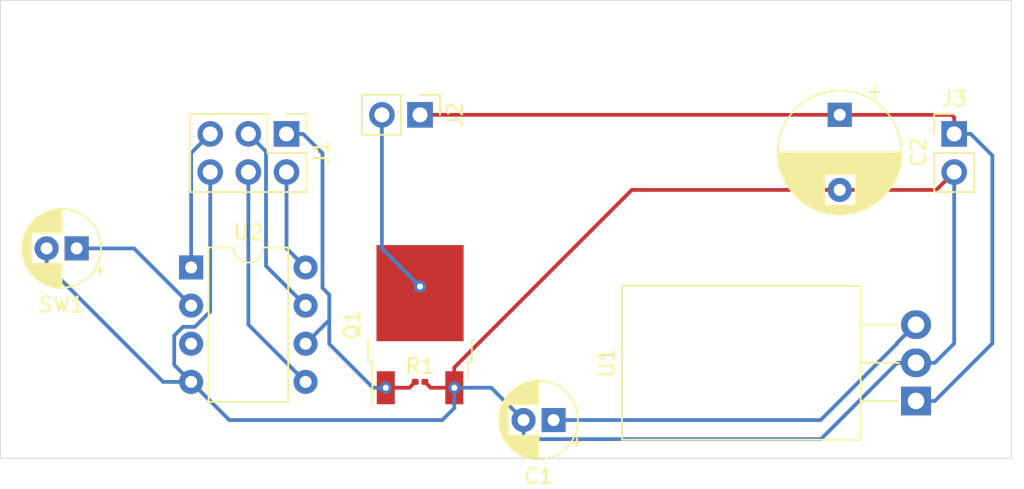
<source format=kicad_pcb>
(kicad_pcb (version 20171130) (host pcbnew 5.1.5+dfsg1-2build2)

  (general
    (thickness 1.6)
    (drawings 4)
    (tracks 77)
    (zones 0)
    (modules 10)
    (nets 10)
  )

  (page A4)
  (layers
    (0 F.Cu signal)
    (31 B.Cu signal)
    (32 B.Adhes user)
    (33 F.Adhes user)
    (34 B.Paste user)
    (35 F.Paste user)
    (36 B.SilkS user)
    (37 F.SilkS user)
    (38 B.Mask user)
    (39 F.Mask user)
    (40 Dwgs.User user)
    (41 Cmts.User user)
    (42 Eco1.User user)
    (43 Eco2.User user)
    (44 Edge.Cuts user)
    (45 Margin user)
    (46 B.CrtYd user)
    (47 F.CrtYd user)
    (48 B.Fab user)
    (49 F.Fab user)
  )

  (setup
    (last_trace_width 0.25)
    (trace_clearance 0.2)
    (zone_clearance 0.508)
    (zone_45_only no)
    (trace_min 0.2)
    (via_size 0.8)
    (via_drill 0.4)
    (via_min_size 0.4)
    (via_min_drill 0.3)
    (uvia_size 0.3)
    (uvia_drill 0.1)
    (uvias_allowed no)
    (uvia_min_size 0.2)
    (uvia_min_drill 0.1)
    (edge_width 0.05)
    (segment_width 0.2)
    (pcb_text_width 0.3)
    (pcb_text_size 1.5 1.5)
    (mod_edge_width 0.12)
    (mod_text_size 1 1)
    (mod_text_width 0.15)
    (pad_size 1.524 1.524)
    (pad_drill 0.762)
    (pad_to_mask_clearance 0.051)
    (solder_mask_min_width 0.25)
    (aux_axis_origin 0 0)
    (visible_elements FFFFFF7F)
    (pcbplotparams
      (layerselection 0x010fc_ffffffff)
      (usegerberextensions false)
      (usegerberattributes false)
      (usegerberadvancedattributes false)
      (creategerberjobfile false)
      (excludeedgelayer true)
      (linewidth 0.100000)
      (plotframeref false)
      (viasonmask false)
      (mode 1)
      (useauxorigin false)
      (hpglpennumber 1)
      (hpglpenspeed 20)
      (hpglpendiameter 15.000000)
      (psnegative false)
      (psa4output false)
      (plotreference true)
      (plotvalue true)
      (plotinvisibletext false)
      (padsonsilk false)
      (subtractmaskfromsilk false)
      (outputformat 1)
      (mirror false)
      (drillshape 1)
      (scaleselection 1)
      (outputdirectory ""))
  )

  (net 0 "")
  (net 1 GND)
  (net 2 /5V)
  (net 3 /RST)
  (net 4 /MOSI)
  (net 5 /SCK)
  (net 6 "Net-(J2-Pad2)")
  (net 7 /24V)
  (net 8 /LED_En)
  (net 9 "Net-(SW1-Pad1)")

  (net_class Default "This is the default net class."
    (clearance 0.2)
    (trace_width 0.25)
    (via_dia 0.8)
    (via_drill 0.4)
    (uvia_dia 0.3)
    (uvia_drill 0.1)
    (add_net /24V)
    (add_net /5V)
    (add_net /LED_En)
    (add_net /MOSI)
    (add_net /RST)
    (add_net /SCK)
    (add_net GND)
    (add_net "Net-(J2-Pad2)")
    (add_net "Net-(SW1-Pad1)")
    (add_net "Net-(U2-Pad3)")
  )

  (module Package_TO_SOT_THT:TO-220-3_Horizontal_TabDown (layer F.Cu) (tedit 5AC8BA0D) (tstamp 5F53219A)
    (at 91.44 62.23 90)
    (descr "TO-220-3, Horizontal, RM 2.54mm, see https://www.vishay.com/docs/66542/to-220-1.pdf")
    (tags "TO-220-3 Horizontal RM 2.54mm")
    (path /5F53DC92)
    (fp_text reference U1 (at 2.54 -20.58 90) (layer F.SilkS)
      (effects (font (size 1 1) (thickness 0.15)))
    )
    (fp_text value L7805 (at 2.54 2 90) (layer F.Fab)
      (effects (font (size 1 1) (thickness 0.15)))
    )
    (fp_text user %R (at 2.54 -20.58 90) (layer F.Fab)
      (effects (font (size 1 1) (thickness 0.15)))
    )
    (fp_line (start 7.79 -19.71) (end -2.71 -19.71) (layer F.CrtYd) (width 0.05))
    (fp_line (start 7.79 1.25) (end 7.79 -19.71) (layer F.CrtYd) (width 0.05))
    (fp_line (start -2.71 1.25) (end 7.79 1.25) (layer F.CrtYd) (width 0.05))
    (fp_line (start -2.71 -19.71) (end -2.71 1.25) (layer F.CrtYd) (width 0.05))
    (fp_line (start 5.08 -3.69) (end 5.08 -1.15) (layer F.SilkS) (width 0.12))
    (fp_line (start 2.54 -3.69) (end 2.54 -1.15) (layer F.SilkS) (width 0.12))
    (fp_line (start 0 -3.69) (end 0 -1.15) (layer F.SilkS) (width 0.12))
    (fp_line (start 7.66 -19.58) (end 7.66 -3.69) (layer F.SilkS) (width 0.12))
    (fp_line (start -2.58 -19.58) (end -2.58 -3.69) (layer F.SilkS) (width 0.12))
    (fp_line (start -2.58 -19.58) (end 7.66 -19.58) (layer F.SilkS) (width 0.12))
    (fp_line (start -2.58 -3.69) (end 7.66 -3.69) (layer F.SilkS) (width 0.12))
    (fp_line (start 5.08 -3.81) (end 5.08 0) (layer F.Fab) (width 0.1))
    (fp_line (start 2.54 -3.81) (end 2.54 0) (layer F.Fab) (width 0.1))
    (fp_line (start 0 -3.81) (end 0 0) (layer F.Fab) (width 0.1))
    (fp_line (start 7.54 -3.81) (end -2.46 -3.81) (layer F.Fab) (width 0.1))
    (fp_line (start 7.54 -13.06) (end 7.54 -3.81) (layer F.Fab) (width 0.1))
    (fp_line (start -2.46 -13.06) (end 7.54 -13.06) (layer F.Fab) (width 0.1))
    (fp_line (start -2.46 -3.81) (end -2.46 -13.06) (layer F.Fab) (width 0.1))
    (fp_line (start 7.54 -13.06) (end -2.46 -13.06) (layer F.Fab) (width 0.1))
    (fp_line (start 7.54 -19.46) (end 7.54 -13.06) (layer F.Fab) (width 0.1))
    (fp_line (start -2.46 -19.46) (end 7.54 -19.46) (layer F.Fab) (width 0.1))
    (fp_line (start -2.46 -13.06) (end -2.46 -19.46) (layer F.Fab) (width 0.1))
    (fp_circle (center 2.54 -16.66) (end 4.39 -16.66) (layer F.Fab) (width 0.1))
    (pad 3 thru_hole oval (at 5.08 0 90) (size 1.905 2) (drill 1.1) (layers *.Cu *.Mask)
      (net 2 /5V))
    (pad 2 thru_hole oval (at 2.54 0 90) (size 1.905 2) (drill 1.1) (layers *.Cu *.Mask)
      (net 1 GND))
    (pad 1 thru_hole rect (at 0 0 90) (size 1.905 2) (drill 1.1) (layers *.Cu *.Mask)
      (net 7 /24V))
    (pad "" np_thru_hole oval (at 2.54 -16.66 90) (size 3.5 3.5) (drill 3.5) (layers *.Cu *.Mask))
    (model ${KISYS3DMOD}/Package_TO_SOT_THT.3dshapes/TO-220-3_Horizontal_TabDown.wrl
      (at (xyz 0 0 0))
      (scale (xyz 1 1 1))
      (rotate (xyz 0 0 0))
    )
  )

  (module Connector_PinHeader_2.54mm:PinHeader_1x02_P2.54mm_Vertical (layer F.Cu) (tedit 59FED5CC) (tstamp 5F534B33)
    (at 93.98 44.45)
    (descr "Through hole straight pin header, 1x02, 2.54mm pitch, single row")
    (tags "Through hole pin header THT 1x02 2.54mm single row")
    (path /5F54FEAF)
    (fp_text reference J3 (at 0 -2.33) (layer F.SilkS)
      (effects (font (size 1 1) (thickness 0.15)))
    )
    (fp_text value Conn_01x02 (at 0 4.87) (layer F.Fab)
      (effects (font (size 1 1) (thickness 0.15)))
    )
    (fp_text user %R (at 0 1.27 90) (layer F.Fab)
      (effects (font (size 1 1) (thickness 0.15)))
    )
    (fp_line (start 1.8 -1.8) (end -1.8 -1.8) (layer F.CrtYd) (width 0.05))
    (fp_line (start 1.8 4.35) (end 1.8 -1.8) (layer F.CrtYd) (width 0.05))
    (fp_line (start -1.8 4.35) (end 1.8 4.35) (layer F.CrtYd) (width 0.05))
    (fp_line (start -1.8 -1.8) (end -1.8 4.35) (layer F.CrtYd) (width 0.05))
    (fp_line (start -1.33 -1.33) (end 0 -1.33) (layer F.SilkS) (width 0.12))
    (fp_line (start -1.33 0) (end -1.33 -1.33) (layer F.SilkS) (width 0.12))
    (fp_line (start -1.33 1.27) (end 1.33 1.27) (layer F.SilkS) (width 0.12))
    (fp_line (start 1.33 1.27) (end 1.33 3.87) (layer F.SilkS) (width 0.12))
    (fp_line (start -1.33 1.27) (end -1.33 3.87) (layer F.SilkS) (width 0.12))
    (fp_line (start -1.33 3.87) (end 1.33 3.87) (layer F.SilkS) (width 0.12))
    (fp_line (start -1.27 -0.635) (end -0.635 -1.27) (layer F.Fab) (width 0.1))
    (fp_line (start -1.27 3.81) (end -1.27 -0.635) (layer F.Fab) (width 0.1))
    (fp_line (start 1.27 3.81) (end -1.27 3.81) (layer F.Fab) (width 0.1))
    (fp_line (start 1.27 -1.27) (end 1.27 3.81) (layer F.Fab) (width 0.1))
    (fp_line (start -0.635 -1.27) (end 1.27 -1.27) (layer F.Fab) (width 0.1))
    (pad 2 thru_hole oval (at 0 2.54) (size 1.7 1.7) (drill 1) (layers *.Cu *.Mask)
      (net 1 GND))
    (pad 1 thru_hole rect (at 0 0) (size 1.7 1.7) (drill 1) (layers *.Cu *.Mask)
      (net 7 /24V))
    (model ${KISYS3DMOD}/Connector_PinHeader_2.54mm.3dshapes/PinHeader_1x02_P2.54mm_Vertical.wrl
      (at (xyz 0 0 0))
      (scale (xyz 1 1 1))
      (rotate (xyz 0 0 0))
    )
  )

  (module Package_TO_SOT_SMD:TO-252-3_TabPin2 (layer F.Cu) (tedit 5F5314A2) (tstamp 5F5320EC)
    (at 58.42 57.15 90)
    (descr "TO-252 / DPAK SMD package, http://www.infineon.com/cms/en/product/packages/PG-TO252/PG-TO252-3-1/")
    (tags "DPAK TO-252 DPAK-3 TO-252-3 SOT-428")
    (path /5F5385C4)
    (attr smd)
    (fp_text reference Q1 (at 0 -4.5 90) (layer F.SilkS)
      (effects (font (size 1 1) (thickness 0.15)))
    )
    (fp_text value Q_NMOS_GDS (at 0 4.5 90) (layer F.Fab)
      (effects (font (size 1 1) (thickness 0.15)))
    )
    (fp_text user %R (at 0 0 90) (layer F.Fab)
      (effects (font (size 1 1) (thickness 0.15)))
    )
    (fp_line (start 5.55 -3.5) (end -5.55 -3.5) (layer F.CrtYd) (width 0.05))
    (fp_line (start 5.55 3.5) (end 5.55 -3.5) (layer F.CrtYd) (width 0.05))
    (fp_line (start -5.55 3.5) (end 5.55 3.5) (layer F.CrtYd) (width 0.05))
    (fp_line (start -5.55 -3.5) (end -5.55 3.5) (layer F.CrtYd) (width 0.05))
    (fp_line (start -2.47 3.18) (end -3.57 3.18) (layer F.SilkS) (width 0.12))
    (fp_line (start -2.47 3.45) (end -2.47 3.18) (layer F.SilkS) (width 0.12))
    (fp_line (start -0.97 3.45) (end -2.47 3.45) (layer F.SilkS) (width 0.12))
    (fp_line (start -2.47 -3.18) (end -5.3 -3.18) (layer F.SilkS) (width 0.12))
    (fp_line (start -2.47 -3.45) (end -2.47 -3.18) (layer F.SilkS) (width 0.12))
    (fp_line (start -0.97 -3.45) (end -2.47 -3.45) (layer F.SilkS) (width 0.12))
    (fp_line (start -4.97 2.655) (end -2.27 2.655) (layer F.Fab) (width 0.1))
    (fp_line (start -4.97 1.905) (end -4.97 2.655) (layer F.Fab) (width 0.1))
    (fp_line (start -2.27 1.905) (end -4.97 1.905) (layer F.Fab) (width 0.1))
    (fp_line (start -4.97 -1.905) (end -2.27 -1.905) (layer F.Fab) (width 0.1))
    (fp_line (start -4.97 -2.655) (end -4.97 -1.905) (layer F.Fab) (width 0.1))
    (fp_line (start -1.865 -2.655) (end -4.97 -2.655) (layer F.Fab) (width 0.1))
    (fp_line (start -1.27 -3.25) (end 3.95 -3.25) (layer F.Fab) (width 0.1))
    (fp_line (start -2.27 -2.25) (end -1.27 -3.25) (layer F.Fab) (width 0.1))
    (fp_line (start -2.27 3.25) (end -2.27 -2.25) (layer F.Fab) (width 0.1))
    (fp_line (start 3.95 3.25) (end -2.27 3.25) (layer F.Fab) (width 0.1))
    (fp_line (start 3.95 -3.25) (end 3.95 3.25) (layer F.Fab) (width 0.1))
    (fp_line (start 4.95 2.7) (end 3.95 2.7) (layer F.Fab) (width 0.1))
    (fp_line (start 4.95 -2.7) (end 4.95 2.7) (layer F.Fab) (width 0.1))
    (fp_line (start 3.95 -2.7) (end 4.95 -2.7) (layer F.Fab) (width 0.1))
    (pad "" smd rect (at 0.425 1.525 90) (size 3.05 2.75) (layers F.Paste))
    (pad "" smd rect (at 3.775 -1.525 90) (size 3.05 2.75) (layers F.Paste))
    (pad "" smd rect (at 0.425 -1.525 90) (size 3.05 2.75) (layers F.Paste))
    (pad "" smd rect (at 3.775 1.525 90) (size 3.05 2.75) (layers F.Paste))
    (pad 2 smd rect (at 2.1 0 90) (size 6.4 5.8) (layers F.Cu F.Mask)
      (net 6 "Net-(J2-Pad2)"))
    (pad 3 smd rect (at -4.2 2.28 90) (size 2.2 1.2) (layers F.Cu F.Paste F.Mask)
      (net 1 GND))
    (pad 1 smd rect (at -4.2 -2.28 90) (size 2.2 1.2) (layers F.Cu F.Paste F.Mask)
      (net 8 /LED_En))
    (model ${KISYS3DMOD}/Package_TO_SOT_SMD.3dshapes/TO-252-3_TabPin2.wrl
      (at (xyz 0 0 0))
      (scale (xyz 1 1 1))
      (rotate (xyz 0 0 0))
    )
  )

  (module Capacitor_THT:CP_Radial_D8.0mm_P5.00mm (layer F.Cu) (tedit 5AE50EF0) (tstamp 5F535686)
    (at 86.36 43.18 270)
    (descr "CP, Radial series, Radial, pin pitch=5.00mm, , diameter=8mm, Electrolytic Capacitor")
    (tags "CP Radial series Radial pin pitch 5.00mm  diameter 8mm Electrolytic Capacitor")
    (path /5F552E94)
    (fp_text reference C2 (at 2.5 -5.25 90) (layer F.SilkS)
      (effects (font (size 1 1) (thickness 0.15)))
    )
    (fp_text value C_Small (at 2.5 5.25 90) (layer F.Fab)
      (effects (font (size 1 1) (thickness 0.15)))
    )
    (fp_text user %R (at 2.5 0 90) (layer F.Fab)
      (effects (font (size 1 1) (thickness 0.15)))
    )
    (fp_line (start -1.509698 -2.715) (end -1.509698 -1.915) (layer F.SilkS) (width 0.12))
    (fp_line (start -1.909698 -2.315) (end -1.109698 -2.315) (layer F.SilkS) (width 0.12))
    (fp_line (start 6.581 -0.533) (end 6.581 0.533) (layer F.SilkS) (width 0.12))
    (fp_line (start 6.541 -0.768) (end 6.541 0.768) (layer F.SilkS) (width 0.12))
    (fp_line (start 6.501 -0.948) (end 6.501 0.948) (layer F.SilkS) (width 0.12))
    (fp_line (start 6.461 -1.098) (end 6.461 1.098) (layer F.SilkS) (width 0.12))
    (fp_line (start 6.421 -1.229) (end 6.421 1.229) (layer F.SilkS) (width 0.12))
    (fp_line (start 6.381 -1.346) (end 6.381 1.346) (layer F.SilkS) (width 0.12))
    (fp_line (start 6.341 -1.453) (end 6.341 1.453) (layer F.SilkS) (width 0.12))
    (fp_line (start 6.301 -1.552) (end 6.301 1.552) (layer F.SilkS) (width 0.12))
    (fp_line (start 6.261 -1.645) (end 6.261 1.645) (layer F.SilkS) (width 0.12))
    (fp_line (start 6.221 -1.731) (end 6.221 1.731) (layer F.SilkS) (width 0.12))
    (fp_line (start 6.181 -1.813) (end 6.181 1.813) (layer F.SilkS) (width 0.12))
    (fp_line (start 6.141 -1.89) (end 6.141 1.89) (layer F.SilkS) (width 0.12))
    (fp_line (start 6.101 -1.964) (end 6.101 1.964) (layer F.SilkS) (width 0.12))
    (fp_line (start 6.061 -2.034) (end 6.061 2.034) (layer F.SilkS) (width 0.12))
    (fp_line (start 6.021 1.04) (end 6.021 2.102) (layer F.SilkS) (width 0.12))
    (fp_line (start 6.021 -2.102) (end 6.021 -1.04) (layer F.SilkS) (width 0.12))
    (fp_line (start 5.981 1.04) (end 5.981 2.166) (layer F.SilkS) (width 0.12))
    (fp_line (start 5.981 -2.166) (end 5.981 -1.04) (layer F.SilkS) (width 0.12))
    (fp_line (start 5.941 1.04) (end 5.941 2.228) (layer F.SilkS) (width 0.12))
    (fp_line (start 5.941 -2.228) (end 5.941 -1.04) (layer F.SilkS) (width 0.12))
    (fp_line (start 5.901 1.04) (end 5.901 2.287) (layer F.SilkS) (width 0.12))
    (fp_line (start 5.901 -2.287) (end 5.901 -1.04) (layer F.SilkS) (width 0.12))
    (fp_line (start 5.861 1.04) (end 5.861 2.345) (layer F.SilkS) (width 0.12))
    (fp_line (start 5.861 -2.345) (end 5.861 -1.04) (layer F.SilkS) (width 0.12))
    (fp_line (start 5.821 1.04) (end 5.821 2.4) (layer F.SilkS) (width 0.12))
    (fp_line (start 5.821 -2.4) (end 5.821 -1.04) (layer F.SilkS) (width 0.12))
    (fp_line (start 5.781 1.04) (end 5.781 2.454) (layer F.SilkS) (width 0.12))
    (fp_line (start 5.781 -2.454) (end 5.781 -1.04) (layer F.SilkS) (width 0.12))
    (fp_line (start 5.741 1.04) (end 5.741 2.505) (layer F.SilkS) (width 0.12))
    (fp_line (start 5.741 -2.505) (end 5.741 -1.04) (layer F.SilkS) (width 0.12))
    (fp_line (start 5.701 1.04) (end 5.701 2.556) (layer F.SilkS) (width 0.12))
    (fp_line (start 5.701 -2.556) (end 5.701 -1.04) (layer F.SilkS) (width 0.12))
    (fp_line (start 5.661 1.04) (end 5.661 2.604) (layer F.SilkS) (width 0.12))
    (fp_line (start 5.661 -2.604) (end 5.661 -1.04) (layer F.SilkS) (width 0.12))
    (fp_line (start 5.621 1.04) (end 5.621 2.651) (layer F.SilkS) (width 0.12))
    (fp_line (start 5.621 -2.651) (end 5.621 -1.04) (layer F.SilkS) (width 0.12))
    (fp_line (start 5.581 1.04) (end 5.581 2.697) (layer F.SilkS) (width 0.12))
    (fp_line (start 5.581 -2.697) (end 5.581 -1.04) (layer F.SilkS) (width 0.12))
    (fp_line (start 5.541 1.04) (end 5.541 2.741) (layer F.SilkS) (width 0.12))
    (fp_line (start 5.541 -2.741) (end 5.541 -1.04) (layer F.SilkS) (width 0.12))
    (fp_line (start 5.501 1.04) (end 5.501 2.784) (layer F.SilkS) (width 0.12))
    (fp_line (start 5.501 -2.784) (end 5.501 -1.04) (layer F.SilkS) (width 0.12))
    (fp_line (start 5.461 1.04) (end 5.461 2.826) (layer F.SilkS) (width 0.12))
    (fp_line (start 5.461 -2.826) (end 5.461 -1.04) (layer F.SilkS) (width 0.12))
    (fp_line (start 5.421 1.04) (end 5.421 2.867) (layer F.SilkS) (width 0.12))
    (fp_line (start 5.421 -2.867) (end 5.421 -1.04) (layer F.SilkS) (width 0.12))
    (fp_line (start 5.381 1.04) (end 5.381 2.907) (layer F.SilkS) (width 0.12))
    (fp_line (start 5.381 -2.907) (end 5.381 -1.04) (layer F.SilkS) (width 0.12))
    (fp_line (start 5.341 1.04) (end 5.341 2.945) (layer F.SilkS) (width 0.12))
    (fp_line (start 5.341 -2.945) (end 5.341 -1.04) (layer F.SilkS) (width 0.12))
    (fp_line (start 5.301 1.04) (end 5.301 2.983) (layer F.SilkS) (width 0.12))
    (fp_line (start 5.301 -2.983) (end 5.301 -1.04) (layer F.SilkS) (width 0.12))
    (fp_line (start 5.261 1.04) (end 5.261 3.019) (layer F.SilkS) (width 0.12))
    (fp_line (start 5.261 -3.019) (end 5.261 -1.04) (layer F.SilkS) (width 0.12))
    (fp_line (start 5.221 1.04) (end 5.221 3.055) (layer F.SilkS) (width 0.12))
    (fp_line (start 5.221 -3.055) (end 5.221 -1.04) (layer F.SilkS) (width 0.12))
    (fp_line (start 5.181 1.04) (end 5.181 3.09) (layer F.SilkS) (width 0.12))
    (fp_line (start 5.181 -3.09) (end 5.181 -1.04) (layer F.SilkS) (width 0.12))
    (fp_line (start 5.141 1.04) (end 5.141 3.124) (layer F.SilkS) (width 0.12))
    (fp_line (start 5.141 -3.124) (end 5.141 -1.04) (layer F.SilkS) (width 0.12))
    (fp_line (start 5.101 1.04) (end 5.101 3.156) (layer F.SilkS) (width 0.12))
    (fp_line (start 5.101 -3.156) (end 5.101 -1.04) (layer F.SilkS) (width 0.12))
    (fp_line (start 5.061 1.04) (end 5.061 3.189) (layer F.SilkS) (width 0.12))
    (fp_line (start 5.061 -3.189) (end 5.061 -1.04) (layer F.SilkS) (width 0.12))
    (fp_line (start 5.021 1.04) (end 5.021 3.22) (layer F.SilkS) (width 0.12))
    (fp_line (start 5.021 -3.22) (end 5.021 -1.04) (layer F.SilkS) (width 0.12))
    (fp_line (start 4.981 1.04) (end 4.981 3.25) (layer F.SilkS) (width 0.12))
    (fp_line (start 4.981 -3.25) (end 4.981 -1.04) (layer F.SilkS) (width 0.12))
    (fp_line (start 4.941 1.04) (end 4.941 3.28) (layer F.SilkS) (width 0.12))
    (fp_line (start 4.941 -3.28) (end 4.941 -1.04) (layer F.SilkS) (width 0.12))
    (fp_line (start 4.901 1.04) (end 4.901 3.309) (layer F.SilkS) (width 0.12))
    (fp_line (start 4.901 -3.309) (end 4.901 -1.04) (layer F.SilkS) (width 0.12))
    (fp_line (start 4.861 1.04) (end 4.861 3.338) (layer F.SilkS) (width 0.12))
    (fp_line (start 4.861 -3.338) (end 4.861 -1.04) (layer F.SilkS) (width 0.12))
    (fp_line (start 4.821 1.04) (end 4.821 3.365) (layer F.SilkS) (width 0.12))
    (fp_line (start 4.821 -3.365) (end 4.821 -1.04) (layer F.SilkS) (width 0.12))
    (fp_line (start 4.781 1.04) (end 4.781 3.392) (layer F.SilkS) (width 0.12))
    (fp_line (start 4.781 -3.392) (end 4.781 -1.04) (layer F.SilkS) (width 0.12))
    (fp_line (start 4.741 1.04) (end 4.741 3.418) (layer F.SilkS) (width 0.12))
    (fp_line (start 4.741 -3.418) (end 4.741 -1.04) (layer F.SilkS) (width 0.12))
    (fp_line (start 4.701 1.04) (end 4.701 3.444) (layer F.SilkS) (width 0.12))
    (fp_line (start 4.701 -3.444) (end 4.701 -1.04) (layer F.SilkS) (width 0.12))
    (fp_line (start 4.661 1.04) (end 4.661 3.469) (layer F.SilkS) (width 0.12))
    (fp_line (start 4.661 -3.469) (end 4.661 -1.04) (layer F.SilkS) (width 0.12))
    (fp_line (start 4.621 1.04) (end 4.621 3.493) (layer F.SilkS) (width 0.12))
    (fp_line (start 4.621 -3.493) (end 4.621 -1.04) (layer F.SilkS) (width 0.12))
    (fp_line (start 4.581 1.04) (end 4.581 3.517) (layer F.SilkS) (width 0.12))
    (fp_line (start 4.581 -3.517) (end 4.581 -1.04) (layer F.SilkS) (width 0.12))
    (fp_line (start 4.541 1.04) (end 4.541 3.54) (layer F.SilkS) (width 0.12))
    (fp_line (start 4.541 -3.54) (end 4.541 -1.04) (layer F.SilkS) (width 0.12))
    (fp_line (start 4.501 1.04) (end 4.501 3.562) (layer F.SilkS) (width 0.12))
    (fp_line (start 4.501 -3.562) (end 4.501 -1.04) (layer F.SilkS) (width 0.12))
    (fp_line (start 4.461 1.04) (end 4.461 3.584) (layer F.SilkS) (width 0.12))
    (fp_line (start 4.461 -3.584) (end 4.461 -1.04) (layer F.SilkS) (width 0.12))
    (fp_line (start 4.421 1.04) (end 4.421 3.606) (layer F.SilkS) (width 0.12))
    (fp_line (start 4.421 -3.606) (end 4.421 -1.04) (layer F.SilkS) (width 0.12))
    (fp_line (start 4.381 1.04) (end 4.381 3.627) (layer F.SilkS) (width 0.12))
    (fp_line (start 4.381 -3.627) (end 4.381 -1.04) (layer F.SilkS) (width 0.12))
    (fp_line (start 4.341 1.04) (end 4.341 3.647) (layer F.SilkS) (width 0.12))
    (fp_line (start 4.341 -3.647) (end 4.341 -1.04) (layer F.SilkS) (width 0.12))
    (fp_line (start 4.301 1.04) (end 4.301 3.666) (layer F.SilkS) (width 0.12))
    (fp_line (start 4.301 -3.666) (end 4.301 -1.04) (layer F.SilkS) (width 0.12))
    (fp_line (start 4.261 1.04) (end 4.261 3.686) (layer F.SilkS) (width 0.12))
    (fp_line (start 4.261 -3.686) (end 4.261 -1.04) (layer F.SilkS) (width 0.12))
    (fp_line (start 4.221 1.04) (end 4.221 3.704) (layer F.SilkS) (width 0.12))
    (fp_line (start 4.221 -3.704) (end 4.221 -1.04) (layer F.SilkS) (width 0.12))
    (fp_line (start 4.181 1.04) (end 4.181 3.722) (layer F.SilkS) (width 0.12))
    (fp_line (start 4.181 -3.722) (end 4.181 -1.04) (layer F.SilkS) (width 0.12))
    (fp_line (start 4.141 1.04) (end 4.141 3.74) (layer F.SilkS) (width 0.12))
    (fp_line (start 4.141 -3.74) (end 4.141 -1.04) (layer F.SilkS) (width 0.12))
    (fp_line (start 4.101 1.04) (end 4.101 3.757) (layer F.SilkS) (width 0.12))
    (fp_line (start 4.101 -3.757) (end 4.101 -1.04) (layer F.SilkS) (width 0.12))
    (fp_line (start 4.061 1.04) (end 4.061 3.774) (layer F.SilkS) (width 0.12))
    (fp_line (start 4.061 -3.774) (end 4.061 -1.04) (layer F.SilkS) (width 0.12))
    (fp_line (start 4.021 1.04) (end 4.021 3.79) (layer F.SilkS) (width 0.12))
    (fp_line (start 4.021 -3.79) (end 4.021 -1.04) (layer F.SilkS) (width 0.12))
    (fp_line (start 3.981 1.04) (end 3.981 3.805) (layer F.SilkS) (width 0.12))
    (fp_line (start 3.981 -3.805) (end 3.981 -1.04) (layer F.SilkS) (width 0.12))
    (fp_line (start 3.941 -3.821) (end 3.941 3.821) (layer F.SilkS) (width 0.12))
    (fp_line (start 3.901 -3.835) (end 3.901 3.835) (layer F.SilkS) (width 0.12))
    (fp_line (start 3.861 -3.85) (end 3.861 3.85) (layer F.SilkS) (width 0.12))
    (fp_line (start 3.821 -3.863) (end 3.821 3.863) (layer F.SilkS) (width 0.12))
    (fp_line (start 3.781 -3.877) (end 3.781 3.877) (layer F.SilkS) (width 0.12))
    (fp_line (start 3.741 -3.889) (end 3.741 3.889) (layer F.SilkS) (width 0.12))
    (fp_line (start 3.701 -3.902) (end 3.701 3.902) (layer F.SilkS) (width 0.12))
    (fp_line (start 3.661 -3.914) (end 3.661 3.914) (layer F.SilkS) (width 0.12))
    (fp_line (start 3.621 -3.925) (end 3.621 3.925) (layer F.SilkS) (width 0.12))
    (fp_line (start 3.581 -3.936) (end 3.581 3.936) (layer F.SilkS) (width 0.12))
    (fp_line (start 3.541 -3.947) (end 3.541 3.947) (layer F.SilkS) (width 0.12))
    (fp_line (start 3.501 -3.957) (end 3.501 3.957) (layer F.SilkS) (width 0.12))
    (fp_line (start 3.461 -3.967) (end 3.461 3.967) (layer F.SilkS) (width 0.12))
    (fp_line (start 3.421 -3.976) (end 3.421 3.976) (layer F.SilkS) (width 0.12))
    (fp_line (start 3.381 -3.985) (end 3.381 3.985) (layer F.SilkS) (width 0.12))
    (fp_line (start 3.341 -3.994) (end 3.341 3.994) (layer F.SilkS) (width 0.12))
    (fp_line (start 3.301 -4.002) (end 3.301 4.002) (layer F.SilkS) (width 0.12))
    (fp_line (start 3.261 -4.01) (end 3.261 4.01) (layer F.SilkS) (width 0.12))
    (fp_line (start 3.221 -4.017) (end 3.221 4.017) (layer F.SilkS) (width 0.12))
    (fp_line (start 3.18 -4.024) (end 3.18 4.024) (layer F.SilkS) (width 0.12))
    (fp_line (start 3.14 -4.03) (end 3.14 4.03) (layer F.SilkS) (width 0.12))
    (fp_line (start 3.1 -4.037) (end 3.1 4.037) (layer F.SilkS) (width 0.12))
    (fp_line (start 3.06 -4.042) (end 3.06 4.042) (layer F.SilkS) (width 0.12))
    (fp_line (start 3.02 -4.048) (end 3.02 4.048) (layer F.SilkS) (width 0.12))
    (fp_line (start 2.98 -4.052) (end 2.98 4.052) (layer F.SilkS) (width 0.12))
    (fp_line (start 2.94 -4.057) (end 2.94 4.057) (layer F.SilkS) (width 0.12))
    (fp_line (start 2.9 -4.061) (end 2.9 4.061) (layer F.SilkS) (width 0.12))
    (fp_line (start 2.86 -4.065) (end 2.86 4.065) (layer F.SilkS) (width 0.12))
    (fp_line (start 2.82 -4.068) (end 2.82 4.068) (layer F.SilkS) (width 0.12))
    (fp_line (start 2.78 -4.071) (end 2.78 4.071) (layer F.SilkS) (width 0.12))
    (fp_line (start 2.74 -4.074) (end 2.74 4.074) (layer F.SilkS) (width 0.12))
    (fp_line (start 2.7 -4.076) (end 2.7 4.076) (layer F.SilkS) (width 0.12))
    (fp_line (start 2.66 -4.077) (end 2.66 4.077) (layer F.SilkS) (width 0.12))
    (fp_line (start 2.62 -4.079) (end 2.62 4.079) (layer F.SilkS) (width 0.12))
    (fp_line (start 2.58 -4.08) (end 2.58 4.08) (layer F.SilkS) (width 0.12))
    (fp_line (start 2.54 -4.08) (end 2.54 4.08) (layer F.SilkS) (width 0.12))
    (fp_line (start 2.5 -4.08) (end 2.5 4.08) (layer F.SilkS) (width 0.12))
    (fp_line (start -0.526759 -2.1475) (end -0.526759 -1.3475) (layer F.Fab) (width 0.1))
    (fp_line (start -0.926759 -1.7475) (end -0.126759 -1.7475) (layer F.Fab) (width 0.1))
    (fp_circle (center 2.5 0) (end 6.75 0) (layer F.CrtYd) (width 0.05))
    (fp_circle (center 2.5 0) (end 6.62 0) (layer F.SilkS) (width 0.12))
    (fp_circle (center 2.5 0) (end 6.5 0) (layer F.Fab) (width 0.1))
    (pad 2 thru_hole circle (at 5 0 270) (size 1.6 1.6) (drill 0.8) (layers *.Cu *.Mask)
      (net 1 GND))
    (pad 1 thru_hole rect (at 0 0 270) (size 1.6 1.6) (drill 0.8) (layers *.Cu *.Mask)
      (net 7 /24V))
    (model ${KISYS3DMOD}/Capacitor_THT.3dshapes/CP_Radial_D8.0mm_P5.00mm.wrl
      (at (xyz 0 0 0))
      (scale (xyz 1 1 1))
      (rotate (xyz 0 0 0))
    )
  )

  (module Package_DIP:DIP-8_W7.62mm (layer F.Cu) (tedit 5A02E8C5) (tstamp 5F5321B6)
    (at 43.18 53.34)
    (descr "8-lead though-hole mounted DIP package, row spacing 7.62 mm (300 mils)")
    (tags "THT DIP DIL PDIP 2.54mm 7.62mm 300mil")
    (path /5F530BE5)
    (fp_text reference U2 (at 3.81 -2.33) (layer F.SilkS)
      (effects (font (size 1 1) (thickness 0.15)))
    )
    (fp_text value ATtiny85-20PU (at 3.81 9.95) (layer F.Fab)
      (effects (font (size 1 1) (thickness 0.15)))
    )
    (fp_text user %R (at 3.81 3.81) (layer F.Fab)
      (effects (font (size 1 1) (thickness 0.15)))
    )
    (fp_line (start 8.7 -1.55) (end -1.1 -1.55) (layer F.CrtYd) (width 0.05))
    (fp_line (start 8.7 9.15) (end 8.7 -1.55) (layer F.CrtYd) (width 0.05))
    (fp_line (start -1.1 9.15) (end 8.7 9.15) (layer F.CrtYd) (width 0.05))
    (fp_line (start -1.1 -1.55) (end -1.1 9.15) (layer F.CrtYd) (width 0.05))
    (fp_line (start 6.46 -1.33) (end 4.81 -1.33) (layer F.SilkS) (width 0.12))
    (fp_line (start 6.46 8.95) (end 6.46 -1.33) (layer F.SilkS) (width 0.12))
    (fp_line (start 1.16 8.95) (end 6.46 8.95) (layer F.SilkS) (width 0.12))
    (fp_line (start 1.16 -1.33) (end 1.16 8.95) (layer F.SilkS) (width 0.12))
    (fp_line (start 2.81 -1.33) (end 1.16 -1.33) (layer F.SilkS) (width 0.12))
    (fp_line (start 0.635 -0.27) (end 1.635 -1.27) (layer F.Fab) (width 0.1))
    (fp_line (start 0.635 8.89) (end 0.635 -0.27) (layer F.Fab) (width 0.1))
    (fp_line (start 6.985 8.89) (end 0.635 8.89) (layer F.Fab) (width 0.1))
    (fp_line (start 6.985 -1.27) (end 6.985 8.89) (layer F.Fab) (width 0.1))
    (fp_line (start 1.635 -1.27) (end 6.985 -1.27) (layer F.Fab) (width 0.1))
    (fp_arc (start 3.81 -1.33) (end 2.81 -1.33) (angle -180) (layer F.SilkS) (width 0.12))
    (pad 8 thru_hole oval (at 7.62 0) (size 1.6 1.6) (drill 0.8) (layers *.Cu *.Mask)
      (net 2 /5V))
    (pad 4 thru_hole oval (at 0 7.62) (size 1.6 1.6) (drill 0.8) (layers *.Cu *.Mask)
      (net 1 GND))
    (pad 7 thru_hole oval (at 7.62 2.54) (size 1.6 1.6) (drill 0.8) (layers *.Cu *.Mask)
      (net 5 /SCK))
    (pad 3 thru_hole oval (at 0 5.08) (size 1.6 1.6) (drill 0.8) (layers *.Cu *.Mask))
    (pad 6 thru_hole oval (at 7.62 5.08) (size 1.6 1.6) (drill 0.8) (layers *.Cu *.Mask)
      (net 8 /LED_En))
    (pad 2 thru_hole oval (at 0 2.54) (size 1.6 1.6) (drill 0.8) (layers *.Cu *.Mask)
      (net 9 "Net-(SW1-Pad1)"))
    (pad 5 thru_hole oval (at 7.62 7.62) (size 1.6 1.6) (drill 0.8) (layers *.Cu *.Mask)
      (net 4 /MOSI))
    (pad 1 thru_hole rect (at 0 0) (size 1.6 1.6) (drill 0.8) (layers *.Cu *.Mask)
      (net 3 /RST))
    (model ${KISYS3DMOD}/Package_DIP.3dshapes/DIP-8_W7.62mm.wrl
      (at (xyz 0 0 0))
      (scale (xyz 1 1 1))
      (rotate (xyz 0 0 0))
    )
  )

  (module Capacitor_THT:CP_Radial_D5.0mm_P2.00mm (layer F.Cu) (tedit 5AE50EF0) (tstamp 5F532180)
    (at 35.56 52.07 180)
    (descr "CP, Radial series, Radial, pin pitch=2.00mm, , diameter=5mm, Electrolytic Capacitor")
    (tags "CP Radial series Radial pin pitch 2.00mm  diameter 5mm Electrolytic Capacitor")
    (path /5F536C65)
    (fp_text reference SW1 (at 1 -3.75) (layer F.SilkS)
      (effects (font (size 1 1) (thickness 0.15)))
    )
    (fp_text value SW_Push (at 1 3.75) (layer F.Fab)
      (effects (font (size 1 1) (thickness 0.15)))
    )
    (fp_text user %R (at 1 0) (layer F.Fab)
      (effects (font (size 1 1) (thickness 0.15)))
    )
    (fp_line (start -1.554775 -1.725) (end -1.554775 -1.225) (layer F.SilkS) (width 0.12))
    (fp_line (start -1.804775 -1.475) (end -1.304775 -1.475) (layer F.SilkS) (width 0.12))
    (fp_line (start 3.601 -0.284) (end 3.601 0.284) (layer F.SilkS) (width 0.12))
    (fp_line (start 3.561 -0.518) (end 3.561 0.518) (layer F.SilkS) (width 0.12))
    (fp_line (start 3.521 -0.677) (end 3.521 0.677) (layer F.SilkS) (width 0.12))
    (fp_line (start 3.481 -0.805) (end 3.481 0.805) (layer F.SilkS) (width 0.12))
    (fp_line (start 3.441 -0.915) (end 3.441 0.915) (layer F.SilkS) (width 0.12))
    (fp_line (start 3.401 -1.011) (end 3.401 1.011) (layer F.SilkS) (width 0.12))
    (fp_line (start 3.361 -1.098) (end 3.361 1.098) (layer F.SilkS) (width 0.12))
    (fp_line (start 3.321 -1.178) (end 3.321 1.178) (layer F.SilkS) (width 0.12))
    (fp_line (start 3.281 -1.251) (end 3.281 1.251) (layer F.SilkS) (width 0.12))
    (fp_line (start 3.241 -1.319) (end 3.241 1.319) (layer F.SilkS) (width 0.12))
    (fp_line (start 3.201 -1.383) (end 3.201 1.383) (layer F.SilkS) (width 0.12))
    (fp_line (start 3.161 -1.443) (end 3.161 1.443) (layer F.SilkS) (width 0.12))
    (fp_line (start 3.121 -1.5) (end 3.121 1.5) (layer F.SilkS) (width 0.12))
    (fp_line (start 3.081 -1.554) (end 3.081 1.554) (layer F.SilkS) (width 0.12))
    (fp_line (start 3.041 -1.605) (end 3.041 1.605) (layer F.SilkS) (width 0.12))
    (fp_line (start 3.001 1.04) (end 3.001 1.653) (layer F.SilkS) (width 0.12))
    (fp_line (start 3.001 -1.653) (end 3.001 -1.04) (layer F.SilkS) (width 0.12))
    (fp_line (start 2.961 1.04) (end 2.961 1.699) (layer F.SilkS) (width 0.12))
    (fp_line (start 2.961 -1.699) (end 2.961 -1.04) (layer F.SilkS) (width 0.12))
    (fp_line (start 2.921 1.04) (end 2.921 1.743) (layer F.SilkS) (width 0.12))
    (fp_line (start 2.921 -1.743) (end 2.921 -1.04) (layer F.SilkS) (width 0.12))
    (fp_line (start 2.881 1.04) (end 2.881 1.785) (layer F.SilkS) (width 0.12))
    (fp_line (start 2.881 -1.785) (end 2.881 -1.04) (layer F.SilkS) (width 0.12))
    (fp_line (start 2.841 1.04) (end 2.841 1.826) (layer F.SilkS) (width 0.12))
    (fp_line (start 2.841 -1.826) (end 2.841 -1.04) (layer F.SilkS) (width 0.12))
    (fp_line (start 2.801 1.04) (end 2.801 1.864) (layer F.SilkS) (width 0.12))
    (fp_line (start 2.801 -1.864) (end 2.801 -1.04) (layer F.SilkS) (width 0.12))
    (fp_line (start 2.761 1.04) (end 2.761 1.901) (layer F.SilkS) (width 0.12))
    (fp_line (start 2.761 -1.901) (end 2.761 -1.04) (layer F.SilkS) (width 0.12))
    (fp_line (start 2.721 1.04) (end 2.721 1.937) (layer F.SilkS) (width 0.12))
    (fp_line (start 2.721 -1.937) (end 2.721 -1.04) (layer F.SilkS) (width 0.12))
    (fp_line (start 2.681 1.04) (end 2.681 1.971) (layer F.SilkS) (width 0.12))
    (fp_line (start 2.681 -1.971) (end 2.681 -1.04) (layer F.SilkS) (width 0.12))
    (fp_line (start 2.641 1.04) (end 2.641 2.004) (layer F.SilkS) (width 0.12))
    (fp_line (start 2.641 -2.004) (end 2.641 -1.04) (layer F.SilkS) (width 0.12))
    (fp_line (start 2.601 1.04) (end 2.601 2.035) (layer F.SilkS) (width 0.12))
    (fp_line (start 2.601 -2.035) (end 2.601 -1.04) (layer F.SilkS) (width 0.12))
    (fp_line (start 2.561 1.04) (end 2.561 2.065) (layer F.SilkS) (width 0.12))
    (fp_line (start 2.561 -2.065) (end 2.561 -1.04) (layer F.SilkS) (width 0.12))
    (fp_line (start 2.521 1.04) (end 2.521 2.095) (layer F.SilkS) (width 0.12))
    (fp_line (start 2.521 -2.095) (end 2.521 -1.04) (layer F.SilkS) (width 0.12))
    (fp_line (start 2.481 1.04) (end 2.481 2.122) (layer F.SilkS) (width 0.12))
    (fp_line (start 2.481 -2.122) (end 2.481 -1.04) (layer F.SilkS) (width 0.12))
    (fp_line (start 2.441 1.04) (end 2.441 2.149) (layer F.SilkS) (width 0.12))
    (fp_line (start 2.441 -2.149) (end 2.441 -1.04) (layer F.SilkS) (width 0.12))
    (fp_line (start 2.401 1.04) (end 2.401 2.175) (layer F.SilkS) (width 0.12))
    (fp_line (start 2.401 -2.175) (end 2.401 -1.04) (layer F.SilkS) (width 0.12))
    (fp_line (start 2.361 1.04) (end 2.361 2.2) (layer F.SilkS) (width 0.12))
    (fp_line (start 2.361 -2.2) (end 2.361 -1.04) (layer F.SilkS) (width 0.12))
    (fp_line (start 2.321 1.04) (end 2.321 2.224) (layer F.SilkS) (width 0.12))
    (fp_line (start 2.321 -2.224) (end 2.321 -1.04) (layer F.SilkS) (width 0.12))
    (fp_line (start 2.281 1.04) (end 2.281 2.247) (layer F.SilkS) (width 0.12))
    (fp_line (start 2.281 -2.247) (end 2.281 -1.04) (layer F.SilkS) (width 0.12))
    (fp_line (start 2.241 1.04) (end 2.241 2.268) (layer F.SilkS) (width 0.12))
    (fp_line (start 2.241 -2.268) (end 2.241 -1.04) (layer F.SilkS) (width 0.12))
    (fp_line (start 2.201 1.04) (end 2.201 2.29) (layer F.SilkS) (width 0.12))
    (fp_line (start 2.201 -2.29) (end 2.201 -1.04) (layer F.SilkS) (width 0.12))
    (fp_line (start 2.161 1.04) (end 2.161 2.31) (layer F.SilkS) (width 0.12))
    (fp_line (start 2.161 -2.31) (end 2.161 -1.04) (layer F.SilkS) (width 0.12))
    (fp_line (start 2.121 1.04) (end 2.121 2.329) (layer F.SilkS) (width 0.12))
    (fp_line (start 2.121 -2.329) (end 2.121 -1.04) (layer F.SilkS) (width 0.12))
    (fp_line (start 2.081 1.04) (end 2.081 2.348) (layer F.SilkS) (width 0.12))
    (fp_line (start 2.081 -2.348) (end 2.081 -1.04) (layer F.SilkS) (width 0.12))
    (fp_line (start 2.041 1.04) (end 2.041 2.365) (layer F.SilkS) (width 0.12))
    (fp_line (start 2.041 -2.365) (end 2.041 -1.04) (layer F.SilkS) (width 0.12))
    (fp_line (start 2.001 1.04) (end 2.001 2.382) (layer F.SilkS) (width 0.12))
    (fp_line (start 2.001 -2.382) (end 2.001 -1.04) (layer F.SilkS) (width 0.12))
    (fp_line (start 1.961 1.04) (end 1.961 2.398) (layer F.SilkS) (width 0.12))
    (fp_line (start 1.961 -2.398) (end 1.961 -1.04) (layer F.SilkS) (width 0.12))
    (fp_line (start 1.921 1.04) (end 1.921 2.414) (layer F.SilkS) (width 0.12))
    (fp_line (start 1.921 -2.414) (end 1.921 -1.04) (layer F.SilkS) (width 0.12))
    (fp_line (start 1.881 1.04) (end 1.881 2.428) (layer F.SilkS) (width 0.12))
    (fp_line (start 1.881 -2.428) (end 1.881 -1.04) (layer F.SilkS) (width 0.12))
    (fp_line (start 1.841 1.04) (end 1.841 2.442) (layer F.SilkS) (width 0.12))
    (fp_line (start 1.841 -2.442) (end 1.841 -1.04) (layer F.SilkS) (width 0.12))
    (fp_line (start 1.801 1.04) (end 1.801 2.455) (layer F.SilkS) (width 0.12))
    (fp_line (start 1.801 -2.455) (end 1.801 -1.04) (layer F.SilkS) (width 0.12))
    (fp_line (start 1.761 1.04) (end 1.761 2.468) (layer F.SilkS) (width 0.12))
    (fp_line (start 1.761 -2.468) (end 1.761 -1.04) (layer F.SilkS) (width 0.12))
    (fp_line (start 1.721 1.04) (end 1.721 2.48) (layer F.SilkS) (width 0.12))
    (fp_line (start 1.721 -2.48) (end 1.721 -1.04) (layer F.SilkS) (width 0.12))
    (fp_line (start 1.68 1.04) (end 1.68 2.491) (layer F.SilkS) (width 0.12))
    (fp_line (start 1.68 -2.491) (end 1.68 -1.04) (layer F.SilkS) (width 0.12))
    (fp_line (start 1.64 1.04) (end 1.64 2.501) (layer F.SilkS) (width 0.12))
    (fp_line (start 1.64 -2.501) (end 1.64 -1.04) (layer F.SilkS) (width 0.12))
    (fp_line (start 1.6 1.04) (end 1.6 2.511) (layer F.SilkS) (width 0.12))
    (fp_line (start 1.6 -2.511) (end 1.6 -1.04) (layer F.SilkS) (width 0.12))
    (fp_line (start 1.56 1.04) (end 1.56 2.52) (layer F.SilkS) (width 0.12))
    (fp_line (start 1.56 -2.52) (end 1.56 -1.04) (layer F.SilkS) (width 0.12))
    (fp_line (start 1.52 1.04) (end 1.52 2.528) (layer F.SilkS) (width 0.12))
    (fp_line (start 1.52 -2.528) (end 1.52 -1.04) (layer F.SilkS) (width 0.12))
    (fp_line (start 1.48 1.04) (end 1.48 2.536) (layer F.SilkS) (width 0.12))
    (fp_line (start 1.48 -2.536) (end 1.48 -1.04) (layer F.SilkS) (width 0.12))
    (fp_line (start 1.44 1.04) (end 1.44 2.543) (layer F.SilkS) (width 0.12))
    (fp_line (start 1.44 -2.543) (end 1.44 -1.04) (layer F.SilkS) (width 0.12))
    (fp_line (start 1.4 1.04) (end 1.4 2.55) (layer F.SilkS) (width 0.12))
    (fp_line (start 1.4 -2.55) (end 1.4 -1.04) (layer F.SilkS) (width 0.12))
    (fp_line (start 1.36 1.04) (end 1.36 2.556) (layer F.SilkS) (width 0.12))
    (fp_line (start 1.36 -2.556) (end 1.36 -1.04) (layer F.SilkS) (width 0.12))
    (fp_line (start 1.32 1.04) (end 1.32 2.561) (layer F.SilkS) (width 0.12))
    (fp_line (start 1.32 -2.561) (end 1.32 -1.04) (layer F.SilkS) (width 0.12))
    (fp_line (start 1.28 1.04) (end 1.28 2.565) (layer F.SilkS) (width 0.12))
    (fp_line (start 1.28 -2.565) (end 1.28 -1.04) (layer F.SilkS) (width 0.12))
    (fp_line (start 1.24 1.04) (end 1.24 2.569) (layer F.SilkS) (width 0.12))
    (fp_line (start 1.24 -2.569) (end 1.24 -1.04) (layer F.SilkS) (width 0.12))
    (fp_line (start 1.2 1.04) (end 1.2 2.573) (layer F.SilkS) (width 0.12))
    (fp_line (start 1.2 -2.573) (end 1.2 -1.04) (layer F.SilkS) (width 0.12))
    (fp_line (start 1.16 1.04) (end 1.16 2.576) (layer F.SilkS) (width 0.12))
    (fp_line (start 1.16 -2.576) (end 1.16 -1.04) (layer F.SilkS) (width 0.12))
    (fp_line (start 1.12 1.04) (end 1.12 2.578) (layer F.SilkS) (width 0.12))
    (fp_line (start 1.12 -2.578) (end 1.12 -1.04) (layer F.SilkS) (width 0.12))
    (fp_line (start 1.08 1.04) (end 1.08 2.579) (layer F.SilkS) (width 0.12))
    (fp_line (start 1.08 -2.579) (end 1.08 -1.04) (layer F.SilkS) (width 0.12))
    (fp_line (start 1.04 -2.58) (end 1.04 -1.04) (layer F.SilkS) (width 0.12))
    (fp_line (start 1.04 1.04) (end 1.04 2.58) (layer F.SilkS) (width 0.12))
    (fp_line (start 1 -2.58) (end 1 -1.04) (layer F.SilkS) (width 0.12))
    (fp_line (start 1 1.04) (end 1 2.58) (layer F.SilkS) (width 0.12))
    (fp_line (start -0.883605 -1.3375) (end -0.883605 -0.8375) (layer F.Fab) (width 0.1))
    (fp_line (start -1.133605 -1.0875) (end -0.633605 -1.0875) (layer F.Fab) (width 0.1))
    (fp_circle (center 1 0) (end 3.75 0) (layer F.CrtYd) (width 0.05))
    (fp_circle (center 1 0) (end 3.62 0) (layer F.SilkS) (width 0.12))
    (fp_circle (center 1 0) (end 3.5 0) (layer F.Fab) (width 0.1))
    (pad 2 thru_hole circle (at 2 0 180) (size 1.6 1.6) (drill 0.8) (layers *.Cu *.Mask)
      (net 1 GND))
    (pad 1 thru_hole rect (at 0 0 180) (size 1.6 1.6) (drill 0.8) (layers *.Cu *.Mask)
      (net 9 "Net-(SW1-Pad1)"))
    (model ${KISYS3DMOD}/Capacitor_THT.3dshapes/CP_Radial_D5.0mm_P2.00mm.wrl
      (at (xyz 0 0 0))
      (scale (xyz 1 1 1))
      (rotate (xyz 0 0 0))
    )
  )

  (module Resistor_SMD:R_0201_0603Metric (layer F.Cu) (tedit 5B301BBD) (tstamp 5F5320FD)
    (at 58.42 60.96)
    (descr "Resistor SMD 0201 (0603 Metric), square (rectangular) end terminal, IPC_7351 nominal, (Body size source: https://www.vishay.com/docs/20052/crcw0201e3.pdf), generated with kicad-footprint-generator")
    (tags resistor)
    (path /5F53BCC2)
    (attr smd)
    (fp_text reference R1 (at 0 -1.05) (layer F.SilkS)
      (effects (font (size 1 1) (thickness 0.15)))
    )
    (fp_text value R_Small (at 0 1.05) (layer F.Fab)
      (effects (font (size 1 1) (thickness 0.15)))
    )
    (fp_text user %R (at 0 -0.68) (layer F.Fab)
      (effects (font (size 0.25 0.25) (thickness 0.04)))
    )
    (fp_line (start 0.7 0.35) (end -0.7 0.35) (layer F.CrtYd) (width 0.05))
    (fp_line (start 0.7 -0.35) (end 0.7 0.35) (layer F.CrtYd) (width 0.05))
    (fp_line (start -0.7 -0.35) (end 0.7 -0.35) (layer F.CrtYd) (width 0.05))
    (fp_line (start -0.7 0.35) (end -0.7 -0.35) (layer F.CrtYd) (width 0.05))
    (fp_line (start 0.3 0.15) (end -0.3 0.15) (layer F.Fab) (width 0.1))
    (fp_line (start 0.3 -0.15) (end 0.3 0.15) (layer F.Fab) (width 0.1))
    (fp_line (start -0.3 -0.15) (end 0.3 -0.15) (layer F.Fab) (width 0.1))
    (fp_line (start -0.3 0.15) (end -0.3 -0.15) (layer F.Fab) (width 0.1))
    (pad 2 smd roundrect (at 0.32 0) (size 0.46 0.4) (layers F.Cu F.Mask) (roundrect_rratio 0.25)
      (net 1 GND))
    (pad 1 smd roundrect (at -0.32 0) (size 0.46 0.4) (layers F.Cu F.Mask) (roundrect_rratio 0.25)
      (net 8 /LED_En))
    (pad "" smd roundrect (at 0.345 0) (size 0.318 0.36) (layers F.Paste) (roundrect_rratio 0.25))
    (pad "" smd roundrect (at -0.345 0) (size 0.318 0.36) (layers F.Paste) (roundrect_rratio 0.25))
    (model ${KISYS3DMOD}/Resistor_SMD.3dshapes/R_0201_0603Metric.wrl
      (at (xyz 0 0 0))
      (scale (xyz 1 1 1))
      (rotate (xyz 0 0 0))
    )
  )

  (module Connector_PinHeader_2.54mm:PinHeader_1x02_P2.54mm_Vertical (layer F.Cu) (tedit 59FED5CC) (tstamp 5F5320D2)
    (at 58.42 43.18 270)
    (descr "Through hole straight pin header, 1x02, 2.54mm pitch, single row")
    (tags "Through hole pin header THT 1x02 2.54mm single row")
    (path /5F54B208)
    (fp_text reference J2 (at 0 -2.33 90) (layer F.SilkS)
      (effects (font (size 1 1) (thickness 0.15)))
    )
    (fp_text value Conn_01x02 (at 0 4.87 90) (layer F.Fab)
      (effects (font (size 1 1) (thickness 0.15)))
    )
    (fp_text user %R (at 0 1.27) (layer F.Fab)
      (effects (font (size 1 1) (thickness 0.15)))
    )
    (fp_line (start 1.8 -1.8) (end -1.8 -1.8) (layer F.CrtYd) (width 0.05))
    (fp_line (start 1.8 4.35) (end 1.8 -1.8) (layer F.CrtYd) (width 0.05))
    (fp_line (start -1.8 4.35) (end 1.8 4.35) (layer F.CrtYd) (width 0.05))
    (fp_line (start -1.8 -1.8) (end -1.8 4.35) (layer F.CrtYd) (width 0.05))
    (fp_line (start -1.33 -1.33) (end 0 -1.33) (layer F.SilkS) (width 0.12))
    (fp_line (start -1.33 0) (end -1.33 -1.33) (layer F.SilkS) (width 0.12))
    (fp_line (start -1.33 1.27) (end 1.33 1.27) (layer F.SilkS) (width 0.12))
    (fp_line (start 1.33 1.27) (end 1.33 3.87) (layer F.SilkS) (width 0.12))
    (fp_line (start -1.33 1.27) (end -1.33 3.87) (layer F.SilkS) (width 0.12))
    (fp_line (start -1.33 3.87) (end 1.33 3.87) (layer F.SilkS) (width 0.12))
    (fp_line (start -1.27 -0.635) (end -0.635 -1.27) (layer F.Fab) (width 0.1))
    (fp_line (start -1.27 3.81) (end -1.27 -0.635) (layer F.Fab) (width 0.1))
    (fp_line (start 1.27 3.81) (end -1.27 3.81) (layer F.Fab) (width 0.1))
    (fp_line (start 1.27 -1.27) (end 1.27 3.81) (layer F.Fab) (width 0.1))
    (fp_line (start -0.635 -1.27) (end 1.27 -1.27) (layer F.Fab) (width 0.1))
    (pad 2 thru_hole oval (at 0 2.54 270) (size 1.7 1.7) (drill 1) (layers *.Cu *.Mask)
      (net 6 "Net-(J2-Pad2)"))
    (pad 1 thru_hole rect (at 0 0 270) (size 1.7 1.7) (drill 1) (layers *.Cu *.Mask)
      (net 7 /24V))
    (model ${KISYS3DMOD}/Connector_PinHeader_2.54mm.3dshapes/PinHeader_1x02_P2.54mm_Vertical.wrl
      (at (xyz 0 0 0))
      (scale (xyz 1 1 1))
      (rotate (xyz 0 0 0))
    )
  )

  (module Connector_PinHeader_2.54mm:PinHeader_2x03_P2.54mm_Vertical (layer F.Cu) (tedit 59FED5CC) (tstamp 5F5320BC)
    (at 49.53 44.45 270)
    (descr "Through hole straight pin header, 2x03, 2.54mm pitch, double rows")
    (tags "Through hole pin header THT 2x03 2.54mm double row")
    (path /5F531BBD)
    (fp_text reference J1 (at 1.27 -2.33 90) (layer F.SilkS)
      (effects (font (size 1 1) (thickness 0.15)))
    )
    (fp_text value Conn_02x03_Odd_Even (at 1.27 7.41 90) (layer F.Fab)
      (effects (font (size 1 1) (thickness 0.15)))
    )
    (fp_text user %R (at 1.27 2.54) (layer F.Fab)
      (effects (font (size 1 1) (thickness 0.15)))
    )
    (fp_line (start 4.35 -1.8) (end -1.8 -1.8) (layer F.CrtYd) (width 0.05))
    (fp_line (start 4.35 6.85) (end 4.35 -1.8) (layer F.CrtYd) (width 0.05))
    (fp_line (start -1.8 6.85) (end 4.35 6.85) (layer F.CrtYd) (width 0.05))
    (fp_line (start -1.8 -1.8) (end -1.8 6.85) (layer F.CrtYd) (width 0.05))
    (fp_line (start -1.33 -1.33) (end 0 -1.33) (layer F.SilkS) (width 0.12))
    (fp_line (start -1.33 0) (end -1.33 -1.33) (layer F.SilkS) (width 0.12))
    (fp_line (start 1.27 -1.33) (end 3.87 -1.33) (layer F.SilkS) (width 0.12))
    (fp_line (start 1.27 1.27) (end 1.27 -1.33) (layer F.SilkS) (width 0.12))
    (fp_line (start -1.33 1.27) (end 1.27 1.27) (layer F.SilkS) (width 0.12))
    (fp_line (start 3.87 -1.33) (end 3.87 6.41) (layer F.SilkS) (width 0.12))
    (fp_line (start -1.33 1.27) (end -1.33 6.41) (layer F.SilkS) (width 0.12))
    (fp_line (start -1.33 6.41) (end 3.87 6.41) (layer F.SilkS) (width 0.12))
    (fp_line (start -1.27 0) (end 0 -1.27) (layer F.Fab) (width 0.1))
    (fp_line (start -1.27 6.35) (end -1.27 0) (layer F.Fab) (width 0.1))
    (fp_line (start 3.81 6.35) (end -1.27 6.35) (layer F.Fab) (width 0.1))
    (fp_line (start 3.81 -1.27) (end 3.81 6.35) (layer F.Fab) (width 0.1))
    (fp_line (start 0 -1.27) (end 3.81 -1.27) (layer F.Fab) (width 0.1))
    (pad 6 thru_hole oval (at 2.54 5.08 270) (size 1.7 1.7) (drill 1) (layers *.Cu *.Mask)
      (net 1 GND))
    (pad 5 thru_hole oval (at 0 5.08 270) (size 1.7 1.7) (drill 1) (layers *.Cu *.Mask)
      (net 3 /RST))
    (pad 4 thru_hole oval (at 2.54 2.54 270) (size 1.7 1.7) (drill 1) (layers *.Cu *.Mask)
      (net 4 /MOSI))
    (pad 3 thru_hole oval (at 0 2.54 270) (size 1.7 1.7) (drill 1) (layers *.Cu *.Mask)
      (net 5 /SCK))
    (pad 2 thru_hole oval (at 2.54 0 270) (size 1.7 1.7) (drill 1) (layers *.Cu *.Mask)
      (net 2 /5V))
    (pad 1 thru_hole rect (at 0 0 270) (size 1.7 1.7) (drill 1) (layers *.Cu *.Mask)
      (net 8 /LED_En))
    (model ${KISYS3DMOD}/Connector_PinHeader_2.54mm.3dshapes/PinHeader_2x03_P2.54mm_Vertical.wrl
      (at (xyz 0 0 0))
      (scale (xyz 1 1 1))
      (rotate (xyz 0 0 0))
    )
  )

  (module Capacitor_THT:CP_Radial_D5.0mm_P2.00mm (layer F.Cu) (tedit 5AE50EF0) (tstamp 5F5320A0)
    (at 67.31 63.5 180)
    (descr "CP, Radial series, Radial, pin pitch=2.00mm, , diameter=5mm, Electrolytic Capacitor")
    (tags "CP Radial series Radial pin pitch 2.00mm  diameter 5mm Electrolytic Capacitor")
    (path /5F541931)
    (fp_text reference C1 (at 1 -3.75) (layer F.SilkS)
      (effects (font (size 1 1) (thickness 0.15)))
    )
    (fp_text value C_Small (at 1 3.75) (layer F.Fab)
      (effects (font (size 1 1) (thickness 0.15)))
    )
    (fp_text user %R (at 1 0) (layer F.Fab)
      (effects (font (size 1 1) (thickness 0.15)))
    )
    (fp_line (start -1.554775 -1.725) (end -1.554775 -1.225) (layer F.SilkS) (width 0.12))
    (fp_line (start -1.804775 -1.475) (end -1.304775 -1.475) (layer F.SilkS) (width 0.12))
    (fp_line (start 3.601 -0.284) (end 3.601 0.284) (layer F.SilkS) (width 0.12))
    (fp_line (start 3.561 -0.518) (end 3.561 0.518) (layer F.SilkS) (width 0.12))
    (fp_line (start 3.521 -0.677) (end 3.521 0.677) (layer F.SilkS) (width 0.12))
    (fp_line (start 3.481 -0.805) (end 3.481 0.805) (layer F.SilkS) (width 0.12))
    (fp_line (start 3.441 -0.915) (end 3.441 0.915) (layer F.SilkS) (width 0.12))
    (fp_line (start 3.401 -1.011) (end 3.401 1.011) (layer F.SilkS) (width 0.12))
    (fp_line (start 3.361 -1.098) (end 3.361 1.098) (layer F.SilkS) (width 0.12))
    (fp_line (start 3.321 -1.178) (end 3.321 1.178) (layer F.SilkS) (width 0.12))
    (fp_line (start 3.281 -1.251) (end 3.281 1.251) (layer F.SilkS) (width 0.12))
    (fp_line (start 3.241 -1.319) (end 3.241 1.319) (layer F.SilkS) (width 0.12))
    (fp_line (start 3.201 -1.383) (end 3.201 1.383) (layer F.SilkS) (width 0.12))
    (fp_line (start 3.161 -1.443) (end 3.161 1.443) (layer F.SilkS) (width 0.12))
    (fp_line (start 3.121 -1.5) (end 3.121 1.5) (layer F.SilkS) (width 0.12))
    (fp_line (start 3.081 -1.554) (end 3.081 1.554) (layer F.SilkS) (width 0.12))
    (fp_line (start 3.041 -1.605) (end 3.041 1.605) (layer F.SilkS) (width 0.12))
    (fp_line (start 3.001 1.04) (end 3.001 1.653) (layer F.SilkS) (width 0.12))
    (fp_line (start 3.001 -1.653) (end 3.001 -1.04) (layer F.SilkS) (width 0.12))
    (fp_line (start 2.961 1.04) (end 2.961 1.699) (layer F.SilkS) (width 0.12))
    (fp_line (start 2.961 -1.699) (end 2.961 -1.04) (layer F.SilkS) (width 0.12))
    (fp_line (start 2.921 1.04) (end 2.921 1.743) (layer F.SilkS) (width 0.12))
    (fp_line (start 2.921 -1.743) (end 2.921 -1.04) (layer F.SilkS) (width 0.12))
    (fp_line (start 2.881 1.04) (end 2.881 1.785) (layer F.SilkS) (width 0.12))
    (fp_line (start 2.881 -1.785) (end 2.881 -1.04) (layer F.SilkS) (width 0.12))
    (fp_line (start 2.841 1.04) (end 2.841 1.826) (layer F.SilkS) (width 0.12))
    (fp_line (start 2.841 -1.826) (end 2.841 -1.04) (layer F.SilkS) (width 0.12))
    (fp_line (start 2.801 1.04) (end 2.801 1.864) (layer F.SilkS) (width 0.12))
    (fp_line (start 2.801 -1.864) (end 2.801 -1.04) (layer F.SilkS) (width 0.12))
    (fp_line (start 2.761 1.04) (end 2.761 1.901) (layer F.SilkS) (width 0.12))
    (fp_line (start 2.761 -1.901) (end 2.761 -1.04) (layer F.SilkS) (width 0.12))
    (fp_line (start 2.721 1.04) (end 2.721 1.937) (layer F.SilkS) (width 0.12))
    (fp_line (start 2.721 -1.937) (end 2.721 -1.04) (layer F.SilkS) (width 0.12))
    (fp_line (start 2.681 1.04) (end 2.681 1.971) (layer F.SilkS) (width 0.12))
    (fp_line (start 2.681 -1.971) (end 2.681 -1.04) (layer F.SilkS) (width 0.12))
    (fp_line (start 2.641 1.04) (end 2.641 2.004) (layer F.SilkS) (width 0.12))
    (fp_line (start 2.641 -2.004) (end 2.641 -1.04) (layer F.SilkS) (width 0.12))
    (fp_line (start 2.601 1.04) (end 2.601 2.035) (layer F.SilkS) (width 0.12))
    (fp_line (start 2.601 -2.035) (end 2.601 -1.04) (layer F.SilkS) (width 0.12))
    (fp_line (start 2.561 1.04) (end 2.561 2.065) (layer F.SilkS) (width 0.12))
    (fp_line (start 2.561 -2.065) (end 2.561 -1.04) (layer F.SilkS) (width 0.12))
    (fp_line (start 2.521 1.04) (end 2.521 2.095) (layer F.SilkS) (width 0.12))
    (fp_line (start 2.521 -2.095) (end 2.521 -1.04) (layer F.SilkS) (width 0.12))
    (fp_line (start 2.481 1.04) (end 2.481 2.122) (layer F.SilkS) (width 0.12))
    (fp_line (start 2.481 -2.122) (end 2.481 -1.04) (layer F.SilkS) (width 0.12))
    (fp_line (start 2.441 1.04) (end 2.441 2.149) (layer F.SilkS) (width 0.12))
    (fp_line (start 2.441 -2.149) (end 2.441 -1.04) (layer F.SilkS) (width 0.12))
    (fp_line (start 2.401 1.04) (end 2.401 2.175) (layer F.SilkS) (width 0.12))
    (fp_line (start 2.401 -2.175) (end 2.401 -1.04) (layer F.SilkS) (width 0.12))
    (fp_line (start 2.361 1.04) (end 2.361 2.2) (layer F.SilkS) (width 0.12))
    (fp_line (start 2.361 -2.2) (end 2.361 -1.04) (layer F.SilkS) (width 0.12))
    (fp_line (start 2.321 1.04) (end 2.321 2.224) (layer F.SilkS) (width 0.12))
    (fp_line (start 2.321 -2.224) (end 2.321 -1.04) (layer F.SilkS) (width 0.12))
    (fp_line (start 2.281 1.04) (end 2.281 2.247) (layer F.SilkS) (width 0.12))
    (fp_line (start 2.281 -2.247) (end 2.281 -1.04) (layer F.SilkS) (width 0.12))
    (fp_line (start 2.241 1.04) (end 2.241 2.268) (layer F.SilkS) (width 0.12))
    (fp_line (start 2.241 -2.268) (end 2.241 -1.04) (layer F.SilkS) (width 0.12))
    (fp_line (start 2.201 1.04) (end 2.201 2.29) (layer F.SilkS) (width 0.12))
    (fp_line (start 2.201 -2.29) (end 2.201 -1.04) (layer F.SilkS) (width 0.12))
    (fp_line (start 2.161 1.04) (end 2.161 2.31) (layer F.SilkS) (width 0.12))
    (fp_line (start 2.161 -2.31) (end 2.161 -1.04) (layer F.SilkS) (width 0.12))
    (fp_line (start 2.121 1.04) (end 2.121 2.329) (layer F.SilkS) (width 0.12))
    (fp_line (start 2.121 -2.329) (end 2.121 -1.04) (layer F.SilkS) (width 0.12))
    (fp_line (start 2.081 1.04) (end 2.081 2.348) (layer F.SilkS) (width 0.12))
    (fp_line (start 2.081 -2.348) (end 2.081 -1.04) (layer F.SilkS) (width 0.12))
    (fp_line (start 2.041 1.04) (end 2.041 2.365) (layer F.SilkS) (width 0.12))
    (fp_line (start 2.041 -2.365) (end 2.041 -1.04) (layer F.SilkS) (width 0.12))
    (fp_line (start 2.001 1.04) (end 2.001 2.382) (layer F.SilkS) (width 0.12))
    (fp_line (start 2.001 -2.382) (end 2.001 -1.04) (layer F.SilkS) (width 0.12))
    (fp_line (start 1.961 1.04) (end 1.961 2.398) (layer F.SilkS) (width 0.12))
    (fp_line (start 1.961 -2.398) (end 1.961 -1.04) (layer F.SilkS) (width 0.12))
    (fp_line (start 1.921 1.04) (end 1.921 2.414) (layer F.SilkS) (width 0.12))
    (fp_line (start 1.921 -2.414) (end 1.921 -1.04) (layer F.SilkS) (width 0.12))
    (fp_line (start 1.881 1.04) (end 1.881 2.428) (layer F.SilkS) (width 0.12))
    (fp_line (start 1.881 -2.428) (end 1.881 -1.04) (layer F.SilkS) (width 0.12))
    (fp_line (start 1.841 1.04) (end 1.841 2.442) (layer F.SilkS) (width 0.12))
    (fp_line (start 1.841 -2.442) (end 1.841 -1.04) (layer F.SilkS) (width 0.12))
    (fp_line (start 1.801 1.04) (end 1.801 2.455) (layer F.SilkS) (width 0.12))
    (fp_line (start 1.801 -2.455) (end 1.801 -1.04) (layer F.SilkS) (width 0.12))
    (fp_line (start 1.761 1.04) (end 1.761 2.468) (layer F.SilkS) (width 0.12))
    (fp_line (start 1.761 -2.468) (end 1.761 -1.04) (layer F.SilkS) (width 0.12))
    (fp_line (start 1.721 1.04) (end 1.721 2.48) (layer F.SilkS) (width 0.12))
    (fp_line (start 1.721 -2.48) (end 1.721 -1.04) (layer F.SilkS) (width 0.12))
    (fp_line (start 1.68 1.04) (end 1.68 2.491) (layer F.SilkS) (width 0.12))
    (fp_line (start 1.68 -2.491) (end 1.68 -1.04) (layer F.SilkS) (width 0.12))
    (fp_line (start 1.64 1.04) (end 1.64 2.501) (layer F.SilkS) (width 0.12))
    (fp_line (start 1.64 -2.501) (end 1.64 -1.04) (layer F.SilkS) (width 0.12))
    (fp_line (start 1.6 1.04) (end 1.6 2.511) (layer F.SilkS) (width 0.12))
    (fp_line (start 1.6 -2.511) (end 1.6 -1.04) (layer F.SilkS) (width 0.12))
    (fp_line (start 1.56 1.04) (end 1.56 2.52) (layer F.SilkS) (width 0.12))
    (fp_line (start 1.56 -2.52) (end 1.56 -1.04) (layer F.SilkS) (width 0.12))
    (fp_line (start 1.52 1.04) (end 1.52 2.528) (layer F.SilkS) (width 0.12))
    (fp_line (start 1.52 -2.528) (end 1.52 -1.04) (layer F.SilkS) (width 0.12))
    (fp_line (start 1.48 1.04) (end 1.48 2.536) (layer F.SilkS) (width 0.12))
    (fp_line (start 1.48 -2.536) (end 1.48 -1.04) (layer F.SilkS) (width 0.12))
    (fp_line (start 1.44 1.04) (end 1.44 2.543) (layer F.SilkS) (width 0.12))
    (fp_line (start 1.44 -2.543) (end 1.44 -1.04) (layer F.SilkS) (width 0.12))
    (fp_line (start 1.4 1.04) (end 1.4 2.55) (layer F.SilkS) (width 0.12))
    (fp_line (start 1.4 -2.55) (end 1.4 -1.04) (layer F.SilkS) (width 0.12))
    (fp_line (start 1.36 1.04) (end 1.36 2.556) (layer F.SilkS) (width 0.12))
    (fp_line (start 1.36 -2.556) (end 1.36 -1.04) (layer F.SilkS) (width 0.12))
    (fp_line (start 1.32 1.04) (end 1.32 2.561) (layer F.SilkS) (width 0.12))
    (fp_line (start 1.32 -2.561) (end 1.32 -1.04) (layer F.SilkS) (width 0.12))
    (fp_line (start 1.28 1.04) (end 1.28 2.565) (layer F.SilkS) (width 0.12))
    (fp_line (start 1.28 -2.565) (end 1.28 -1.04) (layer F.SilkS) (width 0.12))
    (fp_line (start 1.24 1.04) (end 1.24 2.569) (layer F.SilkS) (width 0.12))
    (fp_line (start 1.24 -2.569) (end 1.24 -1.04) (layer F.SilkS) (width 0.12))
    (fp_line (start 1.2 1.04) (end 1.2 2.573) (layer F.SilkS) (width 0.12))
    (fp_line (start 1.2 -2.573) (end 1.2 -1.04) (layer F.SilkS) (width 0.12))
    (fp_line (start 1.16 1.04) (end 1.16 2.576) (layer F.SilkS) (width 0.12))
    (fp_line (start 1.16 -2.576) (end 1.16 -1.04) (layer F.SilkS) (width 0.12))
    (fp_line (start 1.12 1.04) (end 1.12 2.578) (layer F.SilkS) (width 0.12))
    (fp_line (start 1.12 -2.578) (end 1.12 -1.04) (layer F.SilkS) (width 0.12))
    (fp_line (start 1.08 1.04) (end 1.08 2.579) (layer F.SilkS) (width 0.12))
    (fp_line (start 1.08 -2.579) (end 1.08 -1.04) (layer F.SilkS) (width 0.12))
    (fp_line (start 1.04 -2.58) (end 1.04 -1.04) (layer F.SilkS) (width 0.12))
    (fp_line (start 1.04 1.04) (end 1.04 2.58) (layer F.SilkS) (width 0.12))
    (fp_line (start 1 -2.58) (end 1 -1.04) (layer F.SilkS) (width 0.12))
    (fp_line (start 1 1.04) (end 1 2.58) (layer F.SilkS) (width 0.12))
    (fp_line (start -0.883605 -1.3375) (end -0.883605 -0.8375) (layer F.Fab) (width 0.1))
    (fp_line (start -1.133605 -1.0875) (end -0.633605 -1.0875) (layer F.Fab) (width 0.1))
    (fp_circle (center 1 0) (end 3.75 0) (layer F.CrtYd) (width 0.05))
    (fp_circle (center 1 0) (end 3.62 0) (layer F.SilkS) (width 0.12))
    (fp_circle (center 1 0) (end 3.5 0) (layer F.Fab) (width 0.1))
    (pad 2 thru_hole circle (at 2 0 180) (size 1.6 1.6) (drill 0.8) (layers *.Cu *.Mask)
      (net 1 GND))
    (pad 1 thru_hole rect (at 0 0 180) (size 1.6 1.6) (drill 0.8) (layers *.Cu *.Mask)
      (net 2 /5V))
    (model ${KISYS3DMOD}/Capacitor_THT.3dshapes/CP_Radial_D5.0mm_P2.00mm.wrl
      (at (xyz 0 0 0))
      (scale (xyz 1 1 1))
      (rotate (xyz 0 0 0))
    )
  )

  (gr_line (start 30.48 66.04) (end 30.48 35.56) (layer Edge.Cuts) (width 0.05) (tstamp 5F53B48D))
  (gr_line (start 97.79 66.04) (end 30.48 66.04) (layer Edge.Cuts) (width 0.05))
  (gr_line (start 97.79 35.56) (end 97.79 66.04) (layer Edge.Cuts) (width 0.05))
  (gr_line (start 30.48 35.56) (end 97.79 35.56) (layer Edge.Cuts) (width 0.05))

  (via (at 58.42 54.61) (size 0.8) (drill 0.4) (layers F.Cu B.Cu) (net 6))
  (segment (start 42.054999 59.834999) (end 42.380001 60.160001) (width 0.25) (layer B.Cu) (net 1))
  (segment (start 42.054999 57.879999) (end 42.054999 59.834999) (width 0.25) (layer B.Cu) (net 1))
  (segment (start 42.639999 57.294999) (end 42.054999 57.879999) (width 0.25) (layer B.Cu) (net 1))
  (segment (start 42.380001 60.160001) (end 43.18 60.96) (width 0.25) (layer B.Cu) (net 1))
  (segment (start 43.430003 57.294999) (end 42.639999 57.294999) (width 0.25) (layer B.Cu) (net 1))
  (segment (start 44.45 56.275002) (end 43.430003 57.294999) (width 0.25) (layer B.Cu) (net 1))
  (segment (start 44.45 46.99) (end 44.45 56.275002) (width 0.25) (layer B.Cu) (net 1))
  (segment (start 42.04863 60.96) (end 43.18 60.96) (width 0.25) (layer B.Cu) (net 1))
  (segment (start 41.31863 60.96) (end 42.04863 60.96) (width 0.25) (layer B.Cu) (net 1))
  (segment (start 33.56 53.20137) (end 41.31863 60.96) (width 0.25) (layer B.Cu) (net 1))
  (segment (start 33.56 52.07) (end 33.56 53.20137) (width 0.25) (layer B.Cu) (net 1))
  (segment (start 59.13 61.35) (end 58.74 60.96) (width 0.25) (layer F.Cu) (net 1))
  (segment (start 60.7 61.35) (end 60.7 61.35) (width 0.25) (layer F.Cu) (net 1))
  (segment (start 60.7 61.35) (end 59.13 61.35) (width 0.25) (layer F.Cu) (net 1) (tstamp 5F53C0A6))
  (via (at 60.7 61.35) (size 0.8) (drill 0.4) (layers F.Cu B.Cu) (net 1))
  (segment (start 60.7 62.7) (end 60.7 61.35) (width 0.25) (layer B.Cu) (net 1))
  (segment (start 59.9 63.5) (end 60.7 62.7) (width 0.25) (layer B.Cu) (net 1))
  (segment (start 45.72 63.5) (end 59.9 63.5) (width 0.25) (layer B.Cu) (net 1))
  (segment (start 43.18 60.96) (end 45.72 63.5) (width 0.25) (layer B.Cu) (net 1))
  (segment (start 63.16 61.35) (end 65.31 63.5) (width 0.25) (layer B.Cu) (net 1))
  (segment (start 60.7 61.35) (end 63.16 61.35) (width 0.25) (layer B.Cu) (net 1))
  (segment (start 92.79 48.18) (end 93.98 46.99) (width 0.25) (layer F.Cu) (net 1))
  (segment (start 86.36 48.18) (end 92.79 48.18) (width 0.25) (layer F.Cu) (net 1))
  (segment (start 60.7 60) (end 60.7 61.35) (width 0.25) (layer F.Cu) (net 1))
  (segment (start 72.52 48.18) (end 60.7 60) (width 0.25) (layer F.Cu) (net 1))
  (segment (start 86.36 48.18) (end 72.52 48.18) (width 0.25) (layer F.Cu) (net 1))
  (segment (start 90.19 59.69) (end 85.11 64.77) (width 0.25) (layer B.Cu) (net 1))
  (segment (start 91.44 59.69) (end 90.19 59.69) (width 0.25) (layer B.Cu) (net 1))
  (segment (start 65.31 64.63137) (end 65.31 63.5) (width 0.25) (layer B.Cu) (net 1))
  (segment (start 65.44863 64.77) (end 65.31 64.63137) (width 0.25) (layer B.Cu) (net 1))
  (segment (start 85.11 64.77) (end 65.44863 64.77) (width 0.25) (layer B.Cu) (net 1))
  (segment (start 92.69 59.69) (end 91.44 59.69) (width 0.25) (layer B.Cu) (net 1))
  (segment (start 93.98 58.4) (end 92.69 59.69) (width 0.25) (layer B.Cu) (net 1))
  (segment (start 93.98 46.99) (end 93.98 58.4) (width 0.25) (layer B.Cu) (net 1))
  (segment (start 49.53 52.07) (end 50.8 53.34) (width 0.25) (layer B.Cu) (net 2))
  (segment (start 49.53 46.99) (end 49.53 52.07) (width 0.25) (layer B.Cu) (net 2))
  (segment (start 91.3925 57.15) (end 91.44 57.15) (width 0.25) (layer B.Cu) (net 2))
  (segment (start 90.19 58.3525) (end 91.3925 57.15) (width 0.25) (layer B.Cu) (net 2))
  (segment (start 90.19 58.4) (end 90.19 58.3525) (width 0.25) (layer B.Cu) (net 2))
  (segment (start 85.09 63.5) (end 90.19 58.4) (width 0.25) (layer B.Cu) (net 2))
  (segment (start 67.31 63.5) (end 85.09 63.5) (width 0.25) (layer B.Cu) (net 2))
  (segment (start 43.18 45.72) (end 43.18 53.34) (width 0.25) (layer B.Cu) (net 3))
  (segment (start 44.45 44.45) (end 43.18 45.72) (width 0.25) (layer B.Cu) (net 3))
  (segment (start 46.99 57.15) (end 50.8 60.96) (width 0.25) (layer B.Cu) (net 4))
  (segment (start 46.99 46.99) (end 46.99 57.15) (width 0.25) (layer B.Cu) (net 4))
  (segment (start 50.000001 55.080001) (end 50.8 55.88) (width 0.25) (layer B.Cu) (net 5))
  (segment (start 48.165001 53.245001) (end 50.000001 55.080001) (width 0.25) (layer B.Cu) (net 5))
  (segment (start 48.165001 45.625001) (end 48.165001 53.245001) (width 0.25) (layer B.Cu) (net 5))
  (segment (start 46.99 44.45) (end 48.165001 45.625001) (width 0.25) (layer B.Cu) (net 5))
  (segment (start 55.88 52.07) (end 58.42 54.61) (width 0.25) (layer B.Cu) (net 6))
  (segment (start 55.88 43.18) (end 55.88 52.07) (width 0.25) (layer B.Cu) (net 6))
  (segment (start 93.81 43.18) (end 93.98 43.35) (width 0.25) (layer F.Cu) (net 7))
  (segment (start 93.98 43.35) (end 93.98 44.45) (width 0.25) (layer F.Cu) (net 7))
  (segment (start 86.36 43.18) (end 93.81 43.18) (width 0.25) (layer F.Cu) (net 7))
  (segment (start 86.36 43.18) (end 58.42 43.18) (width 0.25) (layer F.Cu) (net 7))
  (segment (start 95.08 44.45) (end 96.52 45.89) (width 0.25) (layer B.Cu) (net 7))
  (segment (start 93.98 44.45) (end 95.08 44.45) (width 0.25) (layer B.Cu) (net 7))
  (segment (start 92.69 62.23) (end 91.44 62.23) (width 0.25) (layer B.Cu) (net 7))
  (segment (start 96.52 58.4) (end 92.69 62.23) (width 0.25) (layer B.Cu) (net 7))
  (segment (start 96.52 45.89) (end 96.52 58.4) (width 0.25) (layer B.Cu) (net 7))
  (segment (start 51.925001 54.703589) (end 52.375012 55.153599) (width 0.25) (layer B.Cu) (net 8))
  (segment (start 51.925001 45.745001) (end 51.925001 54.703589) (width 0.25) (layer B.Cu) (net 8))
  (segment (start 50.63 44.45) (end 51.925001 45.745001) (width 0.25) (layer B.Cu) (net 8))
  (segment (start 49.53 44.45) (end 50.63 44.45) (width 0.25) (layer B.Cu) (net 8))
  (segment (start 52.375012 56.844988) (end 51.599999 57.620001) (width 0.25) (layer B.Cu) (net 8))
  (segment (start 51.599999 57.620001) (end 50.8 58.42) (width 0.25) (layer B.Cu) (net 8))
  (segment (start 52.375012 55.153599) (end 52.375012 56.844988) (width 0.25) (layer B.Cu) (net 8))
  (segment (start 57.71 61.35) (end 58.1 60.96) (width 0.25) (layer F.Cu) (net 8))
  (segment (start 56.14 61.35) (end 56.14 61.35) (width 0.25) (layer F.Cu) (net 8))
  (segment (start 56.14 61.35) (end 57.71 61.35) (width 0.25) (layer F.Cu) (net 8) (tstamp 5F53C0A4))
  (via (at 56.14 61.35) (size 0.8) (drill 0.4) (layers F.Cu B.Cu) (net 8))
  (segment (start 55.29 61.35) (end 56.14 61.35) (width 0.25) (layer B.Cu) (net 8))
  (segment (start 52.375012 58.435012) (end 55.29 61.35) (width 0.25) (layer B.Cu) (net 8))
  (segment (start 52.375012 56.844988) (end 52.375012 58.435012) (width 0.25) (layer B.Cu) (net 8))
  (segment (start 39.37 52.07) (end 43.18 55.88) (width 0.25) (layer B.Cu) (net 9))
  (segment (start 35.56 52.07) (end 39.37 52.07) (width 0.25) (layer B.Cu) (net 9))

)

</source>
